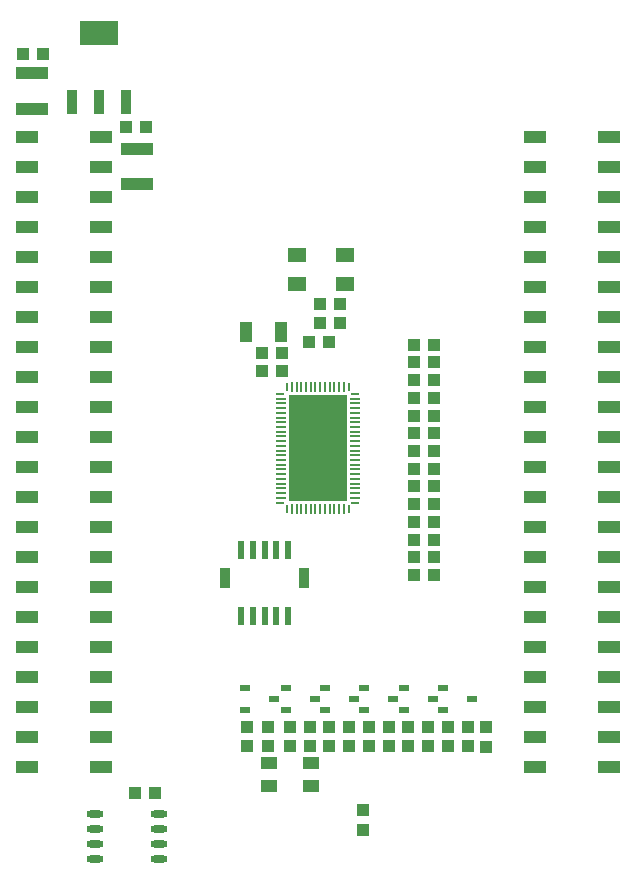
<source format=gtp>
G04*
G04 #@! TF.GenerationSoftware,Altium Limited,Altium Designer,19.0.8 (182)*
G04*
G04 Layer_Color=8421504*
%FSLAX25Y25*%
%MOIN*%
G70*
G01*
G75*
%ADD22R,0.04331X0.03937*%
%ADD23R,0.03937X0.04331*%
%ADD24R,0.03740X0.02362*%
%ADD25R,0.12795X0.08465*%
%ADD26R,0.03543X0.08465*%
%ADD27O,0.05709X0.02362*%
%ADD28R,0.11024X0.04331*%
%ADD29R,0.07500X0.04000*%
%ADD30R,0.04331X0.07087*%
%ADD31R,0.02362X0.06299*%
%ADD32R,0.03347X0.07087*%
%ADD33R,0.05512X0.03937*%
%ADD34R,0.06299X0.05118*%
%ADD35R,0.19685X0.35433*%
%ADD36O,0.03150X0.00717*%
%ADD37O,0.03347X0.00717*%
%ADD38O,0.00717X0.03150*%
%ADD39O,0.00717X0.03347*%
D22*
X123268Y48142D02*
D03*
Y41449D02*
D03*
X164331Y75800D02*
D03*
Y69107D02*
D03*
D23*
X151622Y69304D02*
D03*
X158315D02*
D03*
X112055D02*
D03*
X118748D02*
D03*
X125244D02*
D03*
X131937D02*
D03*
X138433D02*
D03*
X145126D02*
D03*
X147063Y150000D02*
D03*
X140370D02*
D03*
X147063Y161811D02*
D03*
X140370D02*
D03*
X140370Y191339D02*
D03*
X147063D02*
D03*
X147063Y173622D02*
D03*
X140370D02*
D03*
X140370Y203150D02*
D03*
X147063D02*
D03*
X147063Y185433D02*
D03*
X140370D02*
D03*
X147063Y197244D02*
D03*
X140370D02*
D03*
X16610Y300223D02*
D03*
X9917D02*
D03*
X147063Y126378D02*
D03*
X140370D02*
D03*
X44441Y275565D02*
D03*
X51134D02*
D03*
X147063Y155906D02*
D03*
X140370D02*
D03*
X138433Y75603D02*
D03*
X145126D02*
D03*
X125244D02*
D03*
X131937D02*
D03*
X112055D02*
D03*
X118748D02*
D03*
X151622D02*
D03*
X158315D02*
D03*
X98976D02*
D03*
X105669D02*
D03*
X96257Y200237D02*
D03*
X89564D02*
D03*
X108886Y210553D02*
D03*
X115579D02*
D03*
X105417Y204189D02*
D03*
X112109D02*
D03*
X140370Y132283D02*
D03*
X147063D02*
D03*
X91496Y69304D02*
D03*
X84803D02*
D03*
X105669D02*
D03*
X98976D02*
D03*
X84803Y75603D02*
D03*
X91496D02*
D03*
X147063Y179527D02*
D03*
X140370D02*
D03*
X147063Y167717D02*
D03*
X140370D02*
D03*
X140370Y138189D02*
D03*
X147063D02*
D03*
Y144095D02*
D03*
X140370D02*
D03*
X89564Y194237D02*
D03*
X96257D02*
D03*
X47305Y53836D02*
D03*
X53997D02*
D03*
X115579Y216852D02*
D03*
X108886D02*
D03*
D24*
X120224Y85069D02*
D03*
X110579Y81328D02*
D03*
Y88809D02*
D03*
X133413Y85069D02*
D03*
X123768Y81328D02*
D03*
Y88809D02*
D03*
X146602Y85069D02*
D03*
X136957Y81328D02*
D03*
Y88809D02*
D03*
X84114D02*
D03*
Y81328D02*
D03*
X93760Y85069D02*
D03*
X97697Y88809D02*
D03*
Y81328D02*
D03*
X107343Y85069D02*
D03*
X150146Y88809D02*
D03*
Y81329D02*
D03*
X159791Y85069D02*
D03*
D25*
X35386Y306957D02*
D03*
D26*
X44441Y283925D02*
D03*
X35386D02*
D03*
X26331D02*
D03*
D27*
X33901Y46594D02*
D03*
Y41594D02*
D03*
Y36594D02*
D03*
Y31594D02*
D03*
X55357Y46594D02*
D03*
Y41594D02*
D03*
Y36594D02*
D03*
Y31594D02*
D03*
D28*
X12874Y281858D02*
D03*
Y293669D02*
D03*
X47984Y256741D02*
D03*
Y268552D02*
D03*
D29*
X11350Y272323D02*
D03*
Y262323D02*
D03*
Y252323D02*
D03*
Y242323D02*
D03*
Y232323D02*
D03*
Y222323D02*
D03*
Y212323D02*
D03*
Y202323D02*
D03*
Y192323D02*
D03*
Y182323D02*
D03*
Y172323D02*
D03*
Y162323D02*
D03*
Y152323D02*
D03*
Y142323D02*
D03*
Y132323D02*
D03*
Y122323D02*
D03*
Y62323D02*
D03*
Y72323D02*
D03*
Y82323D02*
D03*
Y92323D02*
D03*
Y102323D02*
D03*
X35894Y272323D02*
D03*
Y262323D02*
D03*
Y252323D02*
D03*
Y242323D02*
D03*
Y232323D02*
D03*
Y222323D02*
D03*
Y212323D02*
D03*
Y202323D02*
D03*
Y192323D02*
D03*
Y182323D02*
D03*
Y172323D02*
D03*
Y162323D02*
D03*
Y152323D02*
D03*
Y142323D02*
D03*
Y132323D02*
D03*
Y122323D02*
D03*
Y112323D02*
D03*
Y62323D02*
D03*
Y72323D02*
D03*
Y82323D02*
D03*
Y92323D02*
D03*
Y102323D02*
D03*
X11350Y112323D02*
D03*
X180641Y272323D02*
D03*
Y262323D02*
D03*
Y252323D02*
D03*
Y242323D02*
D03*
Y232323D02*
D03*
Y222323D02*
D03*
Y212323D02*
D03*
Y202323D02*
D03*
Y192323D02*
D03*
Y182323D02*
D03*
Y172323D02*
D03*
Y162323D02*
D03*
Y152323D02*
D03*
Y142323D02*
D03*
Y132323D02*
D03*
Y122323D02*
D03*
Y62323D02*
D03*
Y72323D02*
D03*
Y82323D02*
D03*
Y92323D02*
D03*
Y102323D02*
D03*
X205185Y272323D02*
D03*
Y262323D02*
D03*
Y252323D02*
D03*
Y242323D02*
D03*
Y232323D02*
D03*
Y222323D02*
D03*
Y212323D02*
D03*
Y202323D02*
D03*
Y192323D02*
D03*
Y182323D02*
D03*
Y172323D02*
D03*
Y162323D02*
D03*
Y152323D02*
D03*
Y142323D02*
D03*
Y132323D02*
D03*
Y122323D02*
D03*
Y112323D02*
D03*
Y62323D02*
D03*
Y72323D02*
D03*
Y82323D02*
D03*
Y92323D02*
D03*
Y102323D02*
D03*
X180641Y112323D02*
D03*
D30*
X84185Y207362D02*
D03*
X95996D02*
D03*
D31*
X82658Y134847D02*
D03*
Y112799D02*
D03*
X86595Y134847D02*
D03*
Y112799D02*
D03*
X90532Y134847D02*
D03*
Y112799D02*
D03*
X94469Y134847D02*
D03*
Y112799D02*
D03*
X98406Y134847D02*
D03*
Y112799D02*
D03*
D32*
X77442Y125398D02*
D03*
X103623D02*
D03*
D33*
X92087Y56004D02*
D03*
Y63878D02*
D03*
X105945Y56004D02*
D03*
Y63878D02*
D03*
D34*
X117154Y223313D02*
D03*
X101382D02*
D03*
Y233155D02*
D03*
X117154D02*
D03*
D35*
X108268Y168650D02*
D03*
D36*
X95768Y150540D02*
D03*
Y186760D02*
D03*
X120768D02*
D03*
Y150540D02*
D03*
D37*
X95866Y152115D02*
D03*
Y153689D02*
D03*
Y155264D02*
D03*
Y156839D02*
D03*
Y158414D02*
D03*
Y159989D02*
D03*
Y161563D02*
D03*
Y163138D02*
D03*
Y164713D02*
D03*
Y166288D02*
D03*
Y167863D02*
D03*
Y169437D02*
D03*
Y171012D02*
D03*
Y172587D02*
D03*
Y174162D02*
D03*
Y175737D02*
D03*
Y177311D02*
D03*
Y178886D02*
D03*
Y180461D02*
D03*
Y182036D02*
D03*
Y183611D02*
D03*
Y185186D02*
D03*
X120669D02*
D03*
Y183611D02*
D03*
Y182036D02*
D03*
Y180461D02*
D03*
Y178886D02*
D03*
Y177311D02*
D03*
Y175737D02*
D03*
Y174162D02*
D03*
Y172587D02*
D03*
Y171012D02*
D03*
Y169437D02*
D03*
Y167863D02*
D03*
Y166288D02*
D03*
Y164713D02*
D03*
Y163138D02*
D03*
Y161563D02*
D03*
Y159989D02*
D03*
Y158414D02*
D03*
Y156839D02*
D03*
Y155264D02*
D03*
Y153689D02*
D03*
Y152115D02*
D03*
D38*
X98032Y189024D02*
D03*
X118504D02*
D03*
Y148276D02*
D03*
X98032D02*
D03*
D39*
X99606Y188926D02*
D03*
X101181D02*
D03*
X102756D02*
D03*
X104331D02*
D03*
X105905D02*
D03*
X107480D02*
D03*
X109055D02*
D03*
X110630D02*
D03*
X112205D02*
D03*
X113779D02*
D03*
X115354D02*
D03*
X116929D02*
D03*
Y148374D02*
D03*
X115354D02*
D03*
X113779D02*
D03*
X112205D02*
D03*
X110630D02*
D03*
X109055D02*
D03*
X107480D02*
D03*
X105905D02*
D03*
X104331D02*
D03*
X102756D02*
D03*
X101181D02*
D03*
X99606D02*
D03*
M02*

</source>
